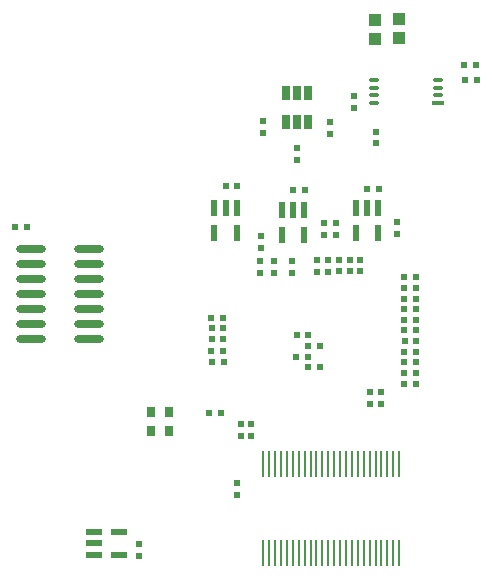
<source format=gtp>
G04 Layer_Color=8421504*
%FSLAX25Y25*%
%MOIN*%
G70*
G01*
G75*
%ADD10R,0.03937X0.01181*%
%ADD11O,0.03937X0.01181*%
%ADD12R,0.05709X0.02165*%
%ADD13R,0.05709X0.02165*%
%ADD14R,0.02165X0.05709*%
%ADD15R,0.02165X0.05709*%
%ADD16O,0.00984X0.08709*%
%ADD17R,0.02756X0.05118*%
%ADD18R,0.02362X0.01969*%
%ADD19R,0.01969X0.02362*%
%ADD20R,0.03937X0.03937*%
%ADD21R,0.02600X0.03300*%
%ADD22O,0.09843X0.02756*%
D10*
X223000Y190600D02*
D03*
D11*
Y193159D02*
D03*
Y195718D02*
D03*
Y198277D02*
D03*
X201740Y190600D02*
D03*
Y193159D02*
D03*
Y195718D02*
D03*
Y198277D02*
D03*
D12*
X116891Y47544D02*
D03*
Y40064D02*
D03*
X108426D02*
D03*
Y43804D02*
D03*
D13*
X108426Y47544D02*
D03*
D14*
X155975Y155634D02*
D03*
X178386Y154902D02*
D03*
X203219Y155634D02*
D03*
D15*
X155975Y147169D02*
D03*
X148495Y155634D02*
D03*
X152235D02*
D03*
X148495Y147169D02*
D03*
X178386Y146437D02*
D03*
X170905Y154902D02*
D03*
X174646D02*
D03*
X170905Y146437D02*
D03*
X203219Y147169D02*
D03*
X195739Y155634D02*
D03*
X199479D02*
D03*
X195739Y147169D02*
D03*
D16*
X208141Y70224D02*
D03*
X206172D02*
D03*
X210109D02*
D03*
X200267D02*
D03*
X202235D02*
D03*
X204204D02*
D03*
X196330D02*
D03*
X198298D02*
D03*
X192393D02*
D03*
X194361D02*
D03*
X188456D02*
D03*
X190424D02*
D03*
X186487D02*
D03*
X210109Y40559D02*
D03*
X206172D02*
D03*
X208141D02*
D03*
X202235D02*
D03*
X204204D02*
D03*
X190424D02*
D03*
X192393D02*
D03*
X186487D02*
D03*
X188456D02*
D03*
X198298D02*
D03*
X200267D02*
D03*
X194361D02*
D03*
X196330D02*
D03*
X182550Y70224D02*
D03*
X180581D02*
D03*
X184519D02*
D03*
X178613D02*
D03*
X174676D02*
D03*
X176645D02*
D03*
X170739D02*
D03*
X172707D02*
D03*
X166802D02*
D03*
X168771D02*
D03*
X164833D02*
D03*
X182550Y40559D02*
D03*
X184519D02*
D03*
X176645D02*
D03*
X178613D02*
D03*
X180581D02*
D03*
X164833D02*
D03*
X166802D02*
D03*
X172707D02*
D03*
X174676D02*
D03*
X168771D02*
D03*
X170739D02*
D03*
D17*
X179724Y193858D02*
D03*
X175984D02*
D03*
X179724Y184409D02*
D03*
X172244D02*
D03*
X175984D02*
D03*
X172244Y193858D02*
D03*
D18*
X86093Y149299D02*
D03*
X82156D02*
D03*
X150669Y87283D02*
D03*
X146732D02*
D03*
X236103Y198414D02*
D03*
X232166D02*
D03*
X235709Y203138D02*
D03*
X231772D02*
D03*
X215787Y97047D02*
D03*
X211850D02*
D03*
X151496Y119055D02*
D03*
X147559D02*
D03*
X179842Y113228D02*
D03*
X175906D02*
D03*
X179803Y105984D02*
D03*
X175866D02*
D03*
X183740Y109606D02*
D03*
X179803D02*
D03*
X183740Y102598D02*
D03*
X179803D02*
D03*
X151535Y111890D02*
D03*
X147598D02*
D03*
X151535Y115551D02*
D03*
X147598D02*
D03*
X151496Y107992D02*
D03*
X147559D02*
D03*
X151614Y104213D02*
D03*
X147677D02*
D03*
X215869Y111343D02*
D03*
X211932D02*
D03*
X215787Y107677D02*
D03*
X211850D02*
D03*
X215787Y100591D02*
D03*
X211850D02*
D03*
X215787Y104134D02*
D03*
X211850D02*
D03*
X215787Y125394D02*
D03*
X211850D02*
D03*
X215787Y121850D02*
D03*
X211850D02*
D03*
X215787Y132480D02*
D03*
X211850D02*
D03*
X215787Y128937D02*
D03*
X211850D02*
D03*
X215787Y114764D02*
D03*
X211850D02*
D03*
X215787Y118307D02*
D03*
X211850D02*
D03*
X156172Y162819D02*
D03*
X152235D02*
D03*
X178613Y161638D02*
D03*
X174676D02*
D03*
X203416Y162031D02*
D03*
X199479D02*
D03*
D19*
X123367Y43591D02*
D03*
Y39654D02*
D03*
X202244Y181091D02*
D03*
Y177154D02*
D03*
X187008Y184331D02*
D03*
Y180394D02*
D03*
X175984Y175433D02*
D03*
Y171496D02*
D03*
X164606Y184449D02*
D03*
Y180512D02*
D03*
X195158Y192902D02*
D03*
Y188965D02*
D03*
X197117Y138409D02*
D03*
Y134472D02*
D03*
X204095Y94269D02*
D03*
Y90332D02*
D03*
X200400Y94169D02*
D03*
Y90232D02*
D03*
X156172Y64000D02*
D03*
Y60063D02*
D03*
X157353Y83685D02*
D03*
Y79748D02*
D03*
X160897Y83685D02*
D03*
Y79748D02*
D03*
X163898Y137953D02*
D03*
Y134016D02*
D03*
X168543Y138031D02*
D03*
Y134095D02*
D03*
X174252Y137913D02*
D03*
Y133976D02*
D03*
X186417Y138268D02*
D03*
Y134331D02*
D03*
X182638Y138150D02*
D03*
Y134213D02*
D03*
X193574Y138409D02*
D03*
Y134472D02*
D03*
X190030Y138409D02*
D03*
Y134472D02*
D03*
X163976Y146260D02*
D03*
Y142323D02*
D03*
X185000Y150469D02*
D03*
Y146531D02*
D03*
X209322Y151008D02*
D03*
Y147071D02*
D03*
X189000Y150469D02*
D03*
Y146531D02*
D03*
D20*
X202059Y218390D02*
D03*
Y212091D02*
D03*
X209922Y218454D02*
D03*
Y212154D02*
D03*
D21*
X133550Y81350D02*
D03*
X127250D02*
D03*
X133550Y87450D02*
D03*
X127250D02*
D03*
D22*
X87554Y141900D02*
D03*
Y136900D02*
D03*
Y131900D02*
D03*
Y126900D02*
D03*
Y121900D02*
D03*
Y116900D02*
D03*
Y111900D02*
D03*
X106846Y141900D02*
D03*
Y136900D02*
D03*
Y131900D02*
D03*
Y126900D02*
D03*
Y121900D02*
D03*
Y116900D02*
D03*
Y111900D02*
D03*
M02*

</source>
